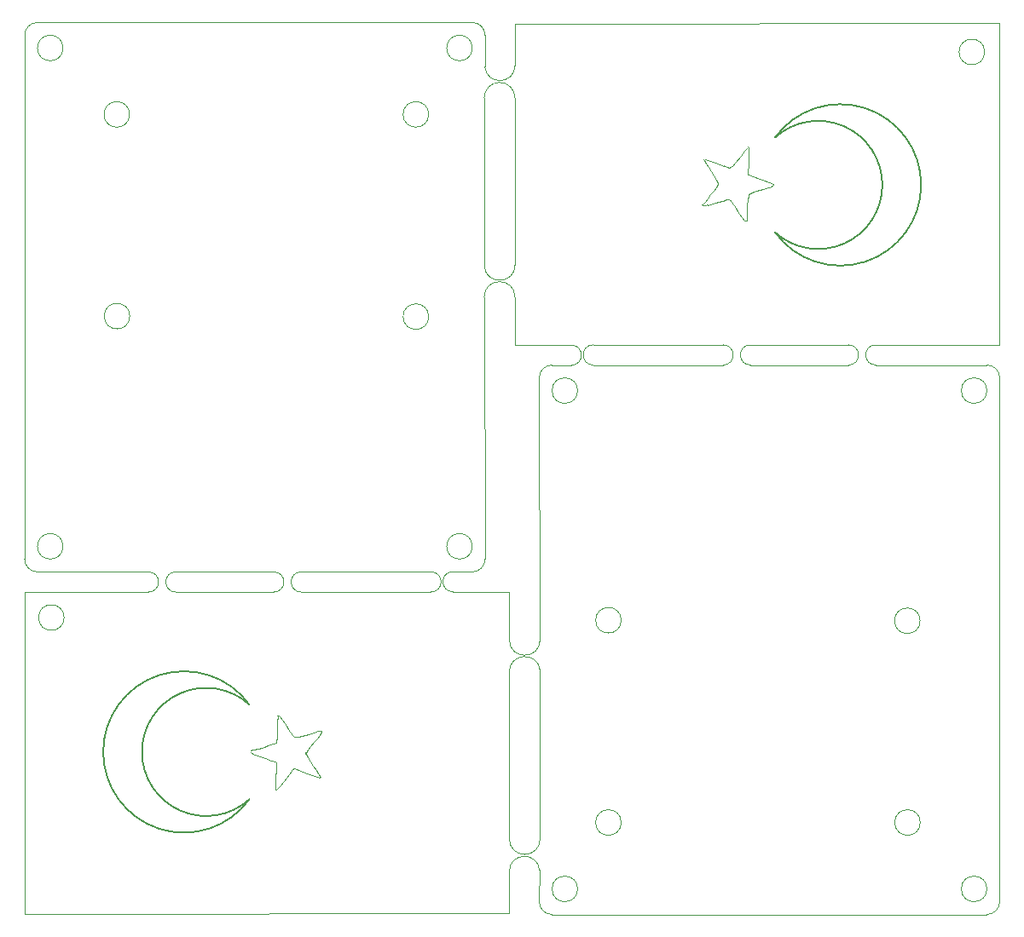
<source format=gbr>
G04 #@! TF.GenerationSoftware,KiCad,Pcbnew,5.1.5-52549c5~84~ubuntu19.10.1*
G04 #@! TF.CreationDate,2020-09-03T13:33:18+03:00*
G04 #@! TF.ProjectId,hymTR_dual,68796d54-525f-4647-9561-6c2e6b696361,rev?*
G04 #@! TF.SameCoordinates,Original*
G04 #@! TF.FileFunction,Profile,NP*
%FSLAX46Y46*%
G04 Gerber Fmt 4.6, Leading zero omitted, Abs format (unit mm)*
G04 Created by KiCad (PCBNEW 5.1.5-52549c5~84~ubuntu19.10.1) date 2020-09-03 13:33:18*
%MOMM*%
%LPD*%
G04 APERTURE LIST*
%ADD10C,0.050000*%
%ADD11C,0.001000*%
%ADD12C,0.150000*%
G04 APERTURE END LIST*
D10*
X104230000Y-86920000D02*
X106140000Y-86940000D01*
X94400000Y-107460000D02*
X96310000Y-107480000D01*
X147190000Y-55800000D02*
G75*
G03X147190000Y-55800000I-1270000J0D01*
G01*
X55780000Y-112020000D02*
G75*
G03X55780000Y-112020000I-1270000J0D01*
G01*
X97555941Y-57281600D02*
X97580000Y-54140000D01*
X97500000Y-77150000D02*
X97494864Y-60379910D01*
X102984059Y-137118400D02*
X102960000Y-140260000D01*
X103040000Y-117250000D02*
X103045136Y-134020090D01*
X108330000Y-86920000D02*
G75*
G02X108330000Y-84920000I0J1000000D01*
G01*
X147410000Y-89460000D02*
G75*
G03X147410000Y-89460000I-1270000J0D01*
G01*
X104230000Y-141530000D02*
X147410000Y-141530000D01*
X121214000Y-84920000D02*
X108330000Y-84920000D01*
X97494864Y-60379910D02*
G75*
G02X100548600Y-60352000I1526737J28309D01*
G01*
X100551800Y-57151600D02*
G75*
G02X97555941Y-57281600I-1501057J7076D01*
G01*
X100560794Y-76963590D02*
X100548600Y-60352000D01*
X100551800Y-57151600D02*
X100570000Y-53000000D01*
D11*
X122156770Y-67133393D02*
G75*
G02X122001448Y-67287568I-801126J651765D01*
G01*
X123710000Y-69904787D02*
X123647421Y-70587393D01*
X123701348Y-67583015D02*
X123691438Y-67966354D01*
X122857224Y-71870000D02*
X122678926Y-71608777D01*
X120757784Y-68878907D02*
G75*
G02X120735772Y-68950865I-120599J-2455D01*
G01*
X123599576Y-71288747D02*
X123581696Y-71681061D01*
X123622526Y-70902511D02*
X123599576Y-71288747D01*
X123770131Y-65305497D02*
X123771086Y-65680677D01*
X119741932Y-67243388D02*
X119513269Y-66873042D01*
X121494852Y-70505078D02*
G75*
G02X121779108Y-70468319I266090J-940222D01*
G01*
D10*
X106770000Y-89460000D02*
G75*
G03X106770000Y-89460000I-1270000J0D01*
G01*
X100560794Y-76963590D02*
G75*
G02X97500000Y-77150000I-1535992J-1334D01*
G01*
X97494662Y-80150041D02*
G75*
G02X100548600Y-80164000I1526939J-13560D01*
G01*
X133660000Y-84920000D02*
G75*
G02X133660000Y-86920000I0J-1000000D01*
G01*
X136385000Y-86920000D02*
G75*
G02X136385000Y-84920000I0J1000000D01*
G01*
X121214000Y-84920000D02*
G75*
G02X121214000Y-86920000I0J-1000000D01*
G01*
X123939000Y-86920000D02*
G75*
G02X123939000Y-84920000I0J1000000D01*
G01*
X106140000Y-84940000D02*
X100550000Y-84940000D01*
X100550000Y-84940000D02*
X100548600Y-80164000D01*
X100570000Y-53000000D02*
X148660000Y-52920000D01*
X148660000Y-52920000D02*
X148660000Y-84920000D01*
X148660000Y-84920000D02*
X136385000Y-84920000D01*
X133660000Y-84920000D02*
X123939000Y-84920000D01*
D12*
X126360000Y-73720000D02*
G75*
G03X126360000Y-64320000I4300000J4700000D01*
G01*
D11*
X120540382Y-68478866D02*
X120302540Y-68099428D01*
X124517211Y-69638104D02*
X124260000Y-69720642D01*
X119401312Y-66472180D02*
X120412772Y-66809728D01*
X120020804Y-67670000D02*
X119741932Y-67243388D01*
X119395001Y-70697086D02*
X119653373Y-70360660D01*
X123741168Y-66633087D02*
X123716720Y-67145894D01*
X124839375Y-69541479D02*
X124517211Y-69638104D01*
X126039812Y-68867717D02*
G75*
G02X126235862Y-68982325I-215866J-594251D01*
G01*
X124189057Y-68191029D02*
X124835992Y-68429551D01*
X120266421Y-69589544D02*
X120524349Y-69246165D01*
D10*
X121214000Y-86920000D02*
X108330000Y-86920000D01*
X133660000Y-86920000D02*
X123939000Y-86920000D01*
X140800000Y-132390000D02*
G75*
G03X140800000Y-132390000I-1270000J0D01*
G01*
X111100000Y-132390000D02*
G75*
G03X111100000Y-132390000I-1270000J0D01*
G01*
D11*
X123771086Y-65680677D02*
X123763181Y-66119700D01*
X122956211Y-66104498D02*
X123353770Y-65621622D01*
X122678926Y-71608777D02*
X122486064Y-71319747D01*
X123749204Y-68026369D02*
G75*
G02X123703719Y-67997052I45075J119877D01*
G01*
X123703719Y-67997051D02*
G75*
G02X123691438Y-67966354I29680J29679D01*
G01*
X119215565Y-71103146D02*
G75*
G02X119160000Y-71042301I5531J60845D01*
G01*
X121494852Y-70505078D02*
X120448848Y-70807232D01*
X119384936Y-71095540D02*
G75*
G02X119215565Y-71103146I-112572J617211D01*
G01*
X123744909Y-65260672D02*
G75*
G02X123770131Y-65305497I-27960J-45241D01*
G01*
X122307302Y-71046508D02*
X122176205Y-70839352D01*
X124835992Y-68429551D02*
X126039812Y-68867717D01*
X123663149Y-65272161D02*
G75*
G02X123744909Y-65260673I47795J-43468D01*
G01*
X119717220Y-71018457D02*
G75*
G02X119384935Y-71095540I-976139J3453097D01*
G01*
X123763181Y-66119700D02*
X123741168Y-66633087D01*
X120302540Y-68099428D02*
X120020804Y-67670000D01*
X123469428Y-72640917D02*
G75*
G02X123338447Y-72555685I42796J209026D01*
G01*
X122001448Y-67287568D02*
G75*
G02X121881867Y-67341424I-164215J204935D01*
G01*
X121961540Y-70551976D02*
G75*
G02X122176205Y-70839352I-1522918J-1361460D01*
G01*
X119325080Y-66553063D02*
G75*
G02X119324822Y-66501634I44676J25939D01*
G01*
X121881867Y-67341423D02*
G75*
G02X121764604Y-67322463I-31053J180045D01*
G01*
X120524349Y-69246165D02*
X120735772Y-68950865D01*
X123647421Y-70587393D02*
X123622526Y-70902511D01*
X126235863Y-68982325D02*
G75*
G02X126236063Y-69093326I-47738J-55587D01*
G01*
X125171095Y-69446707D02*
X124839375Y-69541479D01*
X120736622Y-68804848D02*
X120540382Y-68478866D01*
X126020937Y-69212004D02*
X125460000Y-69369309D01*
X119653373Y-70360660D02*
X119960000Y-69976209D01*
X123749204Y-68026369D02*
X124189057Y-68191029D01*
X123338447Y-72555685D02*
X122857224Y-71870000D01*
X120412772Y-66809728D02*
X121329708Y-67129024D01*
X123353770Y-65621622D02*
X123663149Y-65272161D01*
X122486064Y-71319747D02*
X122307302Y-71046508D01*
X122422516Y-66795276D02*
X122956211Y-66104498D01*
X123716720Y-67145894D02*
X123701348Y-67583015D01*
X125460000Y-69369309D02*
X125171095Y-69446707D01*
X120736622Y-68804849D02*
G75*
G02X120757784Y-68878908I-129758J-77130D01*
G01*
X124260000Y-69720642D02*
X123710000Y-69904787D01*
X119513269Y-66873042D02*
X119325080Y-66553064D01*
X119960000Y-69976209D02*
X120266421Y-69589544D01*
X121329708Y-67129024D02*
G75*
G02X121764604Y-67322463I-1107315J-3075091D01*
G01*
X119324822Y-66501635D02*
G75*
G02X119401312Y-66472180I56190J-31874D01*
G01*
X123581696Y-71681061D02*
X123572421Y-72016428D01*
X126236062Y-69093326D02*
G75*
G02X126020937Y-69212004I-387246J447637D01*
G01*
X121779108Y-70468318D02*
G75*
G02X121961540Y-70551976I-4666J-250920D01*
G01*
X119177400Y-70989436D02*
X119395001Y-70697086D01*
X119160000Y-71042301D02*
G75*
G02X119177400Y-70989436I89008J0D01*
G01*
X123572421Y-72016428D02*
X123551602Y-72577711D01*
X120448848Y-70807232D02*
X119717220Y-71018456D01*
X123551603Y-72577711D02*
G75*
G02X123469428Y-72640918I-68427J3940D01*
G01*
X122156770Y-67133394D02*
X122422516Y-66795276D01*
D10*
X106140000Y-84940000D02*
G75*
G02X106140000Y-86940000I0J-1000000D01*
G01*
X148680000Y-140260000D02*
X148680000Y-88190000D01*
X147410000Y-86920000D02*
X136385000Y-86920000D01*
X102960000Y-88190000D02*
X103045338Y-114249959D01*
X104230000Y-141530000D02*
G75*
G02X102960000Y-140260000I0J1270000D01*
G01*
X148680000Y-140260000D02*
G75*
G02X147410000Y-141530000I-1270000J0D01*
G01*
X140780000Y-112340000D02*
G75*
G03X140780000Y-112340000I-1270000J0D01*
G01*
X111100000Y-112290000D02*
G75*
G03X111100000Y-112290000I-1270000J0D01*
G01*
X147410000Y-86920000D02*
G75*
G02X148680000Y-88190000I0J-1270000D01*
G01*
X102960000Y-88190000D02*
G75*
G02X104230000Y-86920000I1270000J0D01*
G01*
X106770000Y-138990000D02*
G75*
G03X106770000Y-138990000I-1270000J0D01*
G01*
X147410000Y-138990000D02*
G75*
G03X147410000Y-138990000I-1270000J0D01*
G01*
D12*
X126360000Y-73720000D02*
G75*
G03X126360000Y-64320000I6500000J4700000D01*
G01*
D10*
X103045338Y-114249959D02*
G75*
G02X99991400Y-114236000I-1526939J13560D01*
G01*
X99979206Y-117436410D02*
G75*
G02X103040000Y-117250000I1535992J1334D01*
G01*
X94400000Y-109460000D02*
G75*
G02X94400000Y-107460000I0J1000000D01*
G01*
X92210000Y-107480000D02*
G75*
G02X92210000Y-109480000I0J-1000000D01*
G01*
X79326000Y-107480000D02*
X92210000Y-107480000D01*
X66880000Y-107480000D02*
X76601000Y-107480000D01*
X96310000Y-52870000D02*
X53130000Y-52870000D01*
X51860000Y-54140000D02*
X51860000Y-106210000D01*
X53130000Y-107480000D02*
X64155000Y-107480000D01*
X97580000Y-106210000D02*
X97494662Y-80150041D01*
X96310000Y-52870000D02*
G75*
G02X97580000Y-54140000I0J-1270000D01*
G01*
X51860000Y-54140000D02*
G75*
G02X53130000Y-52870000I1270000J0D01*
G01*
X53130000Y-107480000D02*
G75*
G02X51860000Y-106210000I0J1270000D01*
G01*
X97580000Y-106210000D02*
G75*
G02X96310000Y-107480000I-1270000J0D01*
G01*
X96310000Y-55410000D02*
G75*
G03X96310000Y-55410000I-1270000J0D01*
G01*
X55670000Y-55410000D02*
G75*
G03X55670000Y-55410000I-1270000J0D01*
G01*
X55670000Y-104940000D02*
G75*
G03X55670000Y-104940000I-1270000J0D01*
G01*
X96310000Y-104940000D02*
G75*
G03X96310000Y-104940000I-1270000J0D01*
G01*
X62280000Y-62010000D02*
G75*
G03X62280000Y-62010000I-1270000J0D01*
G01*
X91980000Y-62010000D02*
G75*
G03X91980000Y-62010000I-1270000J0D01*
G01*
X62300000Y-82060000D02*
G75*
G03X62300000Y-82060000I-1270000J0D01*
G01*
X91980000Y-82110000D02*
G75*
G03X91980000Y-82110000I-1270000J0D01*
G01*
D12*
X74180000Y-120680000D02*
G75*
G03X74180000Y-130080000I-6500000J-4700000D01*
G01*
X74180000Y-120680000D02*
G75*
G03X74180000Y-130080000I-4300000J-4700000D01*
G01*
D10*
X99988200Y-137248400D02*
X99970000Y-141400000D01*
X99979206Y-117436410D02*
X99991400Y-134048000D01*
X99988200Y-137248400D02*
G75*
G02X102984059Y-137118400I1501057J-7076D01*
G01*
X103045136Y-134020090D02*
G75*
G02X99991400Y-134048000I-1526737J-28309D01*
G01*
X79326000Y-109480000D02*
X92210000Y-109480000D01*
X66880000Y-109480000D02*
X76601000Y-109480000D01*
X51880000Y-109480000D02*
X64155000Y-109480000D01*
X51880000Y-141480000D02*
X51880000Y-109480000D01*
X99970000Y-141400000D02*
X51880000Y-141480000D01*
X99990000Y-109460000D02*
X99991400Y-114236000D01*
X94400000Y-109460000D02*
X99990000Y-109460000D01*
X76601000Y-107480000D02*
G75*
G02X76601000Y-109480000I0J-1000000D01*
G01*
X79326000Y-109480000D02*
G75*
G02X79326000Y-107480000I0J1000000D01*
G01*
X64155000Y-107480000D02*
G75*
G02X64155000Y-109480000I0J-1000000D01*
G01*
X66880000Y-109480000D02*
G75*
G02X66880000Y-107480000I0J1000000D01*
G01*
D11*
X80127228Y-127590272D02*
X79210292Y-127270976D01*
X77201553Y-121844315D02*
X77682776Y-122530000D01*
X76790796Y-126373631D02*
X76350943Y-126208971D01*
X80886627Y-124039340D02*
X80580000Y-124423791D01*
X74519063Y-125187996D02*
X75080000Y-125030691D01*
X79803378Y-125595152D02*
X79999618Y-125921134D01*
X80273579Y-124810456D02*
X80015651Y-125153835D01*
X76350943Y-126208971D02*
X75704008Y-125970449D01*
X74500188Y-125532283D02*
G75*
G02X74304138Y-125417675I215866J594251D01*
G01*
X75700625Y-124858521D02*
X76022789Y-124761896D01*
X76798832Y-127766913D02*
X76823280Y-127254106D01*
X81144999Y-123702914D02*
X80886627Y-124039340D01*
X80519196Y-126730000D02*
X80798068Y-127156612D01*
X81138688Y-127927820D02*
X80127228Y-127590272D01*
X76022789Y-124761896D02*
X76280000Y-124679358D01*
X79999618Y-125921134D02*
X80237460Y-126300572D01*
X75368905Y-124953293D02*
X75700625Y-124858521D01*
X74304137Y-125417675D02*
G75*
G02X74303937Y-125306674I47738J55587D01*
G01*
X76892579Y-123812607D02*
X76917474Y-123497489D01*
X80015651Y-125153835D02*
X79804228Y-125449135D01*
X78658133Y-127058577D02*
G75*
G02X78775396Y-127077537I31053J-180045D01*
G01*
X81214920Y-127846937D02*
G75*
G02X81215178Y-127898366I-44676J-25939D01*
G01*
X78578460Y-123848024D02*
G75*
G02X78363795Y-123560648I1522918J1361460D01*
G01*
X78538552Y-127112432D02*
G75*
G02X78658133Y-127058576I164215J-204935D01*
G01*
X77070572Y-121759083D02*
G75*
G02X77201553Y-121844315I-42796J-209026D01*
G01*
X80237460Y-126300572D02*
X80519196Y-126730000D01*
X79210292Y-127270976D02*
G75*
G02X78775396Y-127077537I1107315J3075091D01*
G01*
X80580000Y-124423791D02*
X80273579Y-124810456D01*
X81026731Y-127526958D02*
X81214920Y-127846936D01*
X76280000Y-124679358D02*
X76830000Y-124495213D01*
X79803378Y-125595151D02*
G75*
G02X79782216Y-125521092I129758J77130D01*
G01*
X75080000Y-125030691D02*
X75368905Y-124953293D01*
X76823280Y-127254106D02*
X76838652Y-126816985D01*
X78117484Y-127604724D02*
X77583789Y-128295502D01*
X78053936Y-123080253D02*
X78232698Y-123353492D01*
X77186230Y-128778378D02*
X76876851Y-129127839D01*
X79045148Y-123894922D02*
G75*
G02X78760892Y-123931681I-266090J940222D01*
G01*
X80798068Y-127156612D02*
X81026731Y-127526958D01*
X76769869Y-129094503D02*
X76768914Y-128719323D01*
X76917474Y-123497489D02*
X76940424Y-123111253D01*
X76940424Y-123111253D02*
X76958304Y-122718939D01*
X79782216Y-125521093D02*
G75*
G02X79804228Y-125449135I120599J2455D01*
G01*
X77682776Y-122530000D02*
X77861074Y-122791223D01*
X76838652Y-126816985D02*
X76848562Y-126433646D01*
X76830000Y-124495213D02*
X76892579Y-123812607D01*
X78383230Y-127266607D02*
G75*
G02X78538552Y-127112432I801126J-651765D01*
G01*
X78383230Y-127266606D02*
X78117484Y-127604724D01*
X76988397Y-121822289D02*
G75*
G02X77070572Y-121759082I68427J-3940D01*
G01*
X80091152Y-123592768D02*
X80822780Y-123381544D01*
X76967579Y-122383572D02*
X76988398Y-121822289D01*
X81380000Y-123357699D02*
G75*
G02X81362600Y-123410564I-89008J0D01*
G01*
X81362600Y-123410564D02*
X81144999Y-123702914D01*
X78760892Y-123931682D02*
G75*
G02X78578460Y-123848024I4666J250920D01*
G01*
X74303938Y-125306674D02*
G75*
G02X74519063Y-125187996I387246J-447637D01*
G01*
X76958304Y-122718939D02*
X76967579Y-122383572D01*
X81215178Y-127898365D02*
G75*
G02X81138688Y-127927820I-56190J31874D01*
G01*
X75704008Y-125970449D02*
X74500188Y-125532283D01*
X78232698Y-123353492D02*
X78363795Y-123560648D01*
X76795091Y-129139328D02*
G75*
G02X76769869Y-129094503I27960J45241D01*
G01*
X81155064Y-123304460D02*
G75*
G02X81324435Y-123296854I112572J-617211D01*
G01*
X79045148Y-123894922D02*
X80091152Y-123592768D01*
X81324435Y-123296854D02*
G75*
G02X81380000Y-123357699I-5531J-60845D01*
G01*
X76836281Y-126402949D02*
G75*
G02X76848562Y-126433646I-29680J-29679D01*
G01*
X76790796Y-126373631D02*
G75*
G02X76836281Y-126402948I-45075J-119877D01*
G01*
X77861074Y-122791223D02*
X78053936Y-123080253D01*
X77583789Y-128295502D02*
X77186230Y-128778378D01*
X76768914Y-128719323D02*
X76776819Y-128280300D01*
X76776819Y-128280300D02*
X76798832Y-127766913D01*
X80822780Y-123381543D02*
G75*
G02X81155065Y-123304460I976139J-3453097D01*
G01*
X76876851Y-129127839D02*
G75*
G02X76795091Y-129139327I-47795J43468D01*
G01*
M02*

</source>
